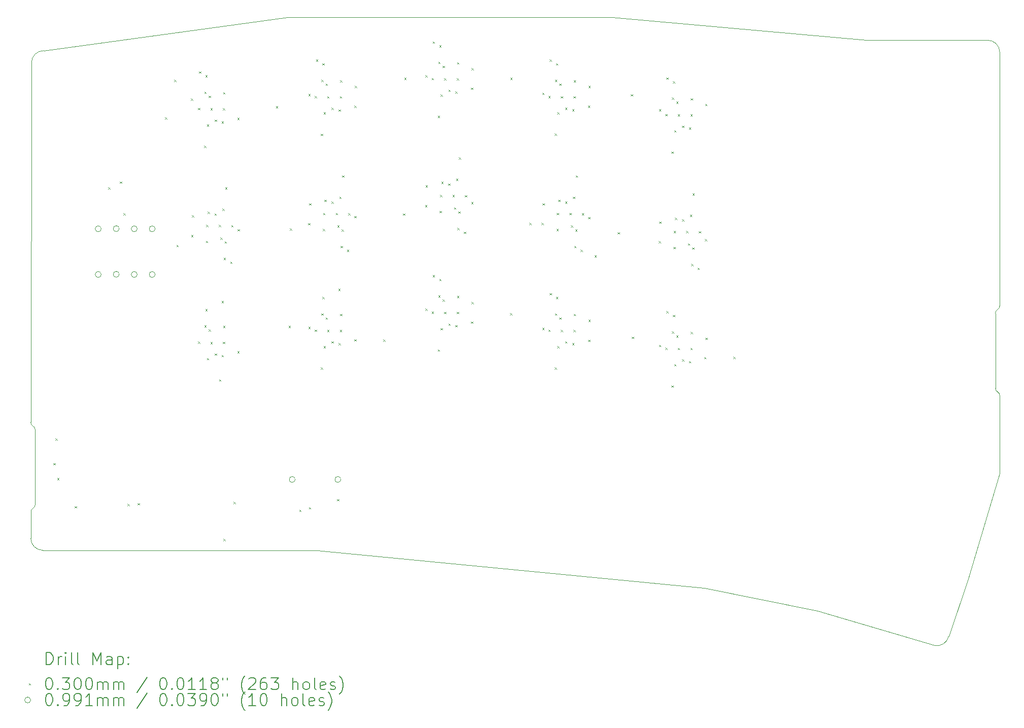
<source format=gbr>
%TF.GenerationSoftware,KiCad,Pcbnew,8.0.4+1*%
%TF.CreationDate,2024-08-17T00:02:33-04:00*%
%TF.ProjectId,iyada_baseplate,69796164-615f-4626-9173-65706c617465,rev?*%
%TF.SameCoordinates,Original*%
%TF.FileFunction,Drillmap*%
%TF.FilePolarity,Positive*%
%FSLAX45Y45*%
G04 Gerber Fmt 4.5, Leading zero omitted, Abs format (unit mm)*
G04 Created by KiCad (PCBNEW 8.0.4+1) date 2024-08-17 00:02:33*
%MOMM*%
%LPD*%
G01*
G04 APERTURE LIST*
%ADD10C,0.050000*%
%ADD11C,0.200000*%
%ADD12C,0.100000*%
G04 APERTURE END LIST*
D10*
X16633387Y-4293561D02*
X11295900Y-4293500D01*
X20100000Y-14201000D02*
X22050419Y-14777146D01*
X11258261Y-4297183D02*
X7184700Y-4851200D01*
X23108200Y-10548429D02*
G75*
G02*
X23067502Y-10484000I30650J64429D01*
G01*
X22613000Y-13670000D02*
X23140624Y-11903940D01*
X22939600Y-4676700D02*
X20923139Y-4676883D01*
X23140624Y-11903940D02*
X23138642Y-10606705D01*
X11753000Y-13195000D02*
X18209000Y-13820000D01*
X6973858Y-12548705D02*
G75*
G02*
X7014557Y-12484274I71342J5D01*
G01*
X23066154Y-9234000D02*
G75*
G02*
X23106853Y-9169571I71346J0D01*
G01*
X7003300Y-11111571D02*
G75*
G02*
X7043998Y-11176000I-30650J-64429D01*
G01*
X22613000Y-13670000D02*
X22287630Y-14623099D01*
X18209000Y-13820000D02*
X20100000Y-14201000D01*
X22287630Y-14623099D02*
G75*
G02*
X22050418Y-14777150I-195630J41579D01*
G01*
X7044500Y-11426000D02*
X7045000Y-12426000D01*
X6984700Y-5051200D02*
G75*
G02*
X7184700Y-4851200I200000J0D01*
G01*
X23066500Y-9234000D02*
X23067000Y-9484000D01*
X6972858Y-11053295D02*
X6984700Y-5051200D01*
X23108200Y-10548429D02*
G75*
G02*
X23138637Y-10606705I-40560J-58271D01*
G01*
X11258261Y-4297183D02*
G75*
G02*
X11295900Y-4293499I35989J-173577D01*
G01*
X22939600Y-4676700D02*
G75*
G02*
X23139600Y-4876700I0J-200000D01*
G01*
X7172229Y-13188821D02*
G75*
G02*
X6972229Y-12988821I1J200001D01*
G01*
X20923139Y-4676883D02*
X16671026Y-4297245D01*
X7044000Y-11176000D02*
X7044500Y-11426000D01*
X7172229Y-13188821D02*
X11753000Y-13195000D01*
X7045000Y-12426000D02*
G75*
G02*
X7014558Y-12484276I-71000J0D01*
G01*
X23067500Y-10484000D02*
X23067000Y-9484000D01*
X6973858Y-12548705D02*
X6972229Y-12988821D01*
X23137295Y-9111295D02*
X23139600Y-4876700D01*
X7003300Y-11111571D02*
G75*
G02*
X6972863Y-11053295I40560J58271D01*
G01*
X23137295Y-9111295D02*
G75*
G02*
X23106854Y-9169573I-70995J-5D01*
G01*
X16633387Y-4293561D02*
G75*
G02*
X16671026Y-4297245I1653J-177259D01*
G01*
D11*
D12*
X7351750Y-11733750D02*
X7381750Y-11763750D01*
X7381750Y-11733750D02*
X7351750Y-11763750D01*
X7383500Y-11322500D02*
X7413500Y-11352500D01*
X7413500Y-11322500D02*
X7383500Y-11352500D01*
X7412500Y-11982000D02*
X7442500Y-12012000D01*
X7442500Y-11982000D02*
X7412500Y-12012000D01*
X7705000Y-12452000D02*
X7735000Y-12482000D01*
X7735000Y-12452000D02*
X7705000Y-12482000D01*
X8265500Y-7130000D02*
X8295500Y-7160000D01*
X8295500Y-7130000D02*
X8265500Y-7160000D01*
X8460500Y-7035500D02*
X8490500Y-7065500D01*
X8490500Y-7035500D02*
X8460500Y-7065500D01*
X8518000Y-7564000D02*
X8548000Y-7594000D01*
X8548000Y-7564000D02*
X8518000Y-7594000D01*
X8586750Y-12416250D02*
X8616750Y-12446250D01*
X8616750Y-12416250D02*
X8586750Y-12446250D01*
X8753000Y-12401500D02*
X8783000Y-12431500D01*
X8783000Y-12401500D02*
X8753000Y-12431500D01*
X9214250Y-5963250D02*
X9244250Y-5993250D01*
X9244250Y-5963250D02*
X9214250Y-5993250D01*
X9363000Y-5336000D02*
X9393000Y-5366000D01*
X9393000Y-5336000D02*
X9363000Y-5366000D01*
X9403000Y-8092000D02*
X9433000Y-8122000D01*
X9433000Y-8092000D02*
X9403000Y-8122000D01*
X9643100Y-5650400D02*
X9673100Y-5680400D01*
X9673100Y-5650400D02*
X9643100Y-5680400D01*
X9649600Y-7928900D02*
X9679600Y-7958900D01*
X9679600Y-7928900D02*
X9649600Y-7958900D01*
X9661100Y-7598400D02*
X9691100Y-7628400D01*
X9691100Y-7598400D02*
X9661100Y-7628400D01*
X9760500Y-5807500D02*
X9790500Y-5837500D01*
X9790500Y-5807500D02*
X9760500Y-5837500D01*
X9760500Y-9707500D02*
X9790500Y-9737500D01*
X9790500Y-9707500D02*
X9760500Y-9737500D01*
X9779500Y-5197500D02*
X9809500Y-5227500D01*
X9809500Y-5197500D02*
X9779500Y-5227500D01*
X9863000Y-6436500D02*
X9893000Y-6466500D01*
X9893000Y-6436500D02*
X9863000Y-6466500D01*
X9870000Y-5535000D02*
X9900000Y-5565000D01*
X9900000Y-5535000D02*
X9870000Y-5565000D01*
X9870000Y-9435000D02*
X9900000Y-9465000D01*
X9900000Y-9435000D02*
X9870000Y-9465000D01*
X9887000Y-5261500D02*
X9917000Y-5291500D01*
X9917000Y-5261500D02*
X9887000Y-5291500D01*
X9887000Y-9161500D02*
X9917000Y-9191500D01*
X9917000Y-9161500D02*
X9887000Y-9191500D01*
X9894600Y-8025400D02*
X9924600Y-8055400D01*
X9924600Y-8025400D02*
X9894600Y-8055400D01*
X9899200Y-7758300D02*
X9929200Y-7788300D01*
X9929200Y-7758300D02*
X9899200Y-7788300D01*
X9909050Y-6080450D02*
X9939050Y-6110450D01*
X9939050Y-6080450D02*
X9909050Y-6110450D01*
X9909050Y-9980450D02*
X9939050Y-10010450D01*
X9939050Y-9980450D02*
X9909050Y-10010450D01*
X9922450Y-7539550D02*
X9952450Y-7569550D01*
X9952450Y-7539550D02*
X9922450Y-7569550D01*
X9942500Y-5602000D02*
X9972500Y-5632000D01*
X9972500Y-5602000D02*
X9942500Y-5632000D01*
X9942500Y-9502000D02*
X9972500Y-9532000D01*
X9972500Y-9502000D02*
X9942500Y-9532000D01*
X9968500Y-5812000D02*
X9998500Y-5842000D01*
X9998500Y-5812000D02*
X9968500Y-5842000D01*
X9968500Y-9712000D02*
X9998500Y-9742000D01*
X9998500Y-9712000D02*
X9968500Y-9742000D01*
X10038200Y-7566800D02*
X10068200Y-7596800D01*
X10068200Y-7566800D02*
X10038200Y-7596800D01*
X10040000Y-6003000D02*
X10070000Y-6033000D01*
X10070000Y-6003000D02*
X10040000Y-6033000D01*
X10040000Y-9903000D02*
X10070000Y-9933000D01*
X10070000Y-9903000D02*
X10040000Y-9933000D01*
X10109700Y-7757800D02*
X10139700Y-7787800D01*
X10139700Y-7757800D02*
X10109700Y-7787800D01*
X10112100Y-10336500D02*
X10142100Y-10366500D01*
X10142100Y-10336500D02*
X10112100Y-10366500D01*
X10135700Y-7967800D02*
X10165700Y-7997800D01*
X10165700Y-7967800D02*
X10135700Y-7997800D01*
X10155500Y-9026000D02*
X10185500Y-9056000D01*
X10185500Y-9026000D02*
X10155500Y-9056000D01*
X10155750Y-6030250D02*
X10185750Y-6060250D01*
X10185750Y-6030250D02*
X10155750Y-6060250D01*
X10155750Y-9930250D02*
X10185750Y-9960250D01*
X10185750Y-9930250D02*
X10155750Y-9960250D01*
X10169150Y-7489350D02*
X10199150Y-7519350D01*
X10199150Y-7489350D02*
X10169150Y-7519350D01*
X10179000Y-5811500D02*
X10209000Y-5841500D01*
X10209000Y-5811500D02*
X10179000Y-5841500D01*
X10179000Y-9711500D02*
X10209000Y-9741500D01*
X10209000Y-9711500D02*
X10179000Y-9741500D01*
X10183600Y-5544400D02*
X10213600Y-5574400D01*
X10213600Y-5544400D02*
X10183600Y-5574400D01*
X10183600Y-9444400D02*
X10213600Y-9474400D01*
X10213600Y-9444400D02*
X10183600Y-9474400D01*
X10184500Y-12997000D02*
X10214500Y-13027000D01*
X10214500Y-12997000D02*
X10184500Y-13027000D01*
X10191200Y-8308300D02*
X10221200Y-8338300D01*
X10221200Y-8308300D02*
X10191200Y-8338300D01*
X10208200Y-8034800D02*
X10238200Y-8064800D01*
X10238200Y-8034800D02*
X10208200Y-8064800D01*
X10215200Y-7133300D02*
X10245200Y-7163300D01*
X10245200Y-7133300D02*
X10215200Y-7163300D01*
X10298700Y-8372300D02*
X10328700Y-8402300D01*
X10328700Y-8372300D02*
X10298700Y-8402300D01*
X10317700Y-7762300D02*
X10347700Y-7792300D01*
X10347700Y-7762300D02*
X10317700Y-7792300D01*
X10353000Y-12380500D02*
X10383000Y-12410500D01*
X10383000Y-12380500D02*
X10353000Y-12410500D01*
X10418000Y-9868000D02*
X10448000Y-9898000D01*
X10448000Y-9868000D02*
X10418000Y-9898000D01*
X10419400Y-5971100D02*
X10449400Y-6001100D01*
X10449400Y-5971100D02*
X10419400Y-6001100D01*
X10422200Y-7831000D02*
X10452200Y-7861000D01*
X10452200Y-7831000D02*
X10422200Y-7861000D01*
X11062500Y-5778500D02*
X11092500Y-5808500D01*
X11092500Y-5778500D02*
X11062500Y-5808500D01*
X11272500Y-9442000D02*
X11302500Y-9472000D01*
X11302500Y-9442000D02*
X11272500Y-9472000D01*
X11295000Y-7819000D02*
X11325000Y-7849000D01*
X11325000Y-7819000D02*
X11295000Y-7849000D01*
X11453000Y-12512000D02*
X11483000Y-12542000D01*
X11483000Y-12512000D02*
X11453000Y-12542000D01*
X11601600Y-7728400D02*
X11631600Y-7758400D01*
X11631600Y-7728400D02*
X11601600Y-7758400D01*
X11606000Y-5574000D02*
X11636000Y-5604000D01*
X11636000Y-5574000D02*
X11606000Y-5604000D01*
X11606000Y-9458500D02*
X11636000Y-9488500D01*
X11636000Y-9458500D02*
X11606000Y-9488500D01*
X11613000Y-12471000D02*
X11643000Y-12501000D01*
X11643000Y-12471000D02*
X11613000Y-12501000D01*
X11619100Y-7396900D02*
X11649100Y-7426900D01*
X11649100Y-7396900D02*
X11619100Y-7426900D01*
X11710500Y-5607500D02*
X11740500Y-5637500D01*
X11740500Y-5607500D02*
X11710500Y-5637500D01*
X11710500Y-9507000D02*
X11740500Y-9537000D01*
X11740500Y-9507000D02*
X11710500Y-9537000D01*
X11729500Y-4997500D02*
X11759500Y-5027500D01*
X11759500Y-4997500D02*
X11729500Y-5027500D01*
X11813000Y-6236500D02*
X11843000Y-6266500D01*
X11843000Y-6236500D02*
X11813000Y-6266500D01*
X11813000Y-10136000D02*
X11843000Y-10166000D01*
X11843000Y-10136000D02*
X11813000Y-10166000D01*
X11820000Y-5335000D02*
X11850000Y-5365000D01*
X11850000Y-5335000D02*
X11820000Y-5365000D01*
X11820000Y-9234500D02*
X11850000Y-9264500D01*
X11850000Y-9234500D02*
X11820000Y-9264500D01*
X11837000Y-5061500D02*
X11867000Y-5091500D01*
X11867000Y-5061500D02*
X11837000Y-5091500D01*
X11837000Y-8961000D02*
X11867000Y-8991000D01*
X11867000Y-8961000D02*
X11837000Y-8991000D01*
X11844600Y-7825400D02*
X11874600Y-7855400D01*
X11874600Y-7825400D02*
X11844600Y-7855400D01*
X11844600Y-7825400D02*
X11874600Y-7855400D01*
X11874600Y-7825400D02*
X11844600Y-7855400D01*
X11849200Y-7558300D02*
X11879200Y-7588300D01*
X11879200Y-7558300D02*
X11849200Y-7588300D01*
X11849200Y-7558300D02*
X11879200Y-7588300D01*
X11879200Y-7558300D02*
X11849200Y-7588300D01*
X11859050Y-5880450D02*
X11889050Y-5910450D01*
X11889050Y-5880450D02*
X11859050Y-5910450D01*
X11859050Y-9779950D02*
X11889050Y-9809950D01*
X11889050Y-9779950D02*
X11859050Y-9809950D01*
X11872450Y-7339550D02*
X11902450Y-7369550D01*
X11902450Y-7339550D02*
X11872450Y-7369550D01*
X11872450Y-7339550D02*
X11902450Y-7369550D01*
X11902450Y-7339550D02*
X11872450Y-7369550D01*
X11892500Y-5402000D02*
X11922500Y-5432000D01*
X11922500Y-5402000D02*
X11892500Y-5432000D01*
X11892500Y-9301500D02*
X11922500Y-9331500D01*
X11922500Y-9301500D02*
X11892500Y-9331500D01*
X11918500Y-5612000D02*
X11948500Y-5642000D01*
X11948500Y-5612000D02*
X11918500Y-5642000D01*
X11918500Y-9511500D02*
X11948500Y-9541500D01*
X11948500Y-9511500D02*
X11918500Y-9541500D01*
X11988200Y-7366800D02*
X12018200Y-7396800D01*
X12018200Y-7366800D02*
X11988200Y-7396800D01*
X11988200Y-7366800D02*
X12018200Y-7396800D01*
X12018200Y-7366800D02*
X11988200Y-7396800D01*
X11990000Y-5803000D02*
X12020000Y-5833000D01*
X12020000Y-5803000D02*
X11990000Y-5833000D01*
X11990000Y-9702500D02*
X12020000Y-9732500D01*
X12020000Y-9702500D02*
X11990000Y-9732500D01*
X12059700Y-7557800D02*
X12089700Y-7587800D01*
X12089700Y-7557800D02*
X12059700Y-7587800D01*
X12059700Y-7557800D02*
X12089700Y-7587800D01*
X12089700Y-7557800D02*
X12059700Y-7587800D01*
X12080825Y-12334500D02*
X12110825Y-12364500D01*
X12110825Y-12334500D02*
X12080825Y-12364500D01*
X12085700Y-7767800D02*
X12115700Y-7797800D01*
X12115700Y-7767800D02*
X12085700Y-7797800D01*
X12085700Y-7767800D02*
X12115700Y-7797800D01*
X12115700Y-7767800D02*
X12085700Y-7797800D01*
X12105500Y-8825500D02*
X12135500Y-8855500D01*
X12135500Y-8825500D02*
X12105500Y-8855500D01*
X12105750Y-5830250D02*
X12135750Y-5860250D01*
X12135750Y-5830250D02*
X12105750Y-5860250D01*
X12105750Y-9729750D02*
X12135750Y-9759750D01*
X12135750Y-9729750D02*
X12105750Y-9759750D01*
X12119150Y-7289350D02*
X12149150Y-7319350D01*
X12149150Y-7289350D02*
X12119150Y-7319350D01*
X12119150Y-7289350D02*
X12149150Y-7319350D01*
X12149150Y-7289350D02*
X12119150Y-7319350D01*
X12129000Y-5611500D02*
X12159000Y-5641500D01*
X12159000Y-5611500D02*
X12129000Y-5641500D01*
X12129000Y-9511000D02*
X12159000Y-9541000D01*
X12159000Y-9511000D02*
X12129000Y-9541000D01*
X12133600Y-5344400D02*
X12163600Y-5374400D01*
X12163600Y-5344400D02*
X12133600Y-5374400D01*
X12133600Y-9243900D02*
X12163600Y-9273900D01*
X12163600Y-9243900D02*
X12133600Y-9273900D01*
X12141200Y-8108300D02*
X12171200Y-8138300D01*
X12171200Y-8108300D02*
X12141200Y-8138300D01*
X12141200Y-8108300D02*
X12171200Y-8138300D01*
X12171200Y-8108300D02*
X12141200Y-8138300D01*
X12158200Y-7834800D02*
X12188200Y-7864800D01*
X12188200Y-7834800D02*
X12158200Y-7864800D01*
X12158200Y-7834800D02*
X12188200Y-7864800D01*
X12188200Y-7834800D02*
X12158200Y-7864800D01*
X12165200Y-6933300D02*
X12195200Y-6963300D01*
X12195200Y-6933300D02*
X12165200Y-6963300D01*
X12165200Y-6933300D02*
X12195200Y-6963300D01*
X12195200Y-6933300D02*
X12165200Y-6963300D01*
X12248700Y-8172300D02*
X12278700Y-8202300D01*
X12278700Y-8172300D02*
X12248700Y-8202300D01*
X12248700Y-8172300D02*
X12278700Y-8202300D01*
X12278700Y-8172300D02*
X12248700Y-8202300D01*
X12267700Y-7562300D02*
X12297700Y-7592300D01*
X12297700Y-7562300D02*
X12267700Y-7592300D01*
X12267700Y-7562300D02*
X12297700Y-7592300D01*
X12297700Y-7562300D02*
X12267700Y-7592300D01*
X12368900Y-5768600D02*
X12398900Y-5798600D01*
X12398900Y-5768600D02*
X12368900Y-5798600D01*
X12370900Y-9669100D02*
X12400900Y-9699100D01*
X12400900Y-9669100D02*
X12370900Y-9699100D01*
X12372200Y-7609000D02*
X12402200Y-7639000D01*
X12402200Y-7609000D02*
X12372200Y-7639000D01*
X12376900Y-5438600D02*
X12406900Y-5468600D01*
X12406900Y-5438600D02*
X12376900Y-5468600D01*
X12854500Y-9670000D02*
X12884500Y-9700000D01*
X12884500Y-9670000D02*
X12854500Y-9700000D01*
X13184500Y-7568500D02*
X13214500Y-7598500D01*
X13214500Y-7568500D02*
X13184500Y-7598500D01*
X13204500Y-5301500D02*
X13234500Y-5331500D01*
X13234500Y-5301500D02*
X13204500Y-5331500D01*
X13551100Y-7428400D02*
X13581100Y-7458400D01*
X13581100Y-7428400D02*
X13551100Y-7458400D01*
X13555900Y-5259500D02*
X13585900Y-5289500D01*
X13585900Y-5259500D02*
X13555900Y-5289500D01*
X13556000Y-9157000D02*
X13586000Y-9187000D01*
X13586000Y-9157000D02*
X13556000Y-9187000D01*
X13559600Y-7099900D02*
X13589600Y-7129900D01*
X13589600Y-7099900D02*
X13559600Y-7129900D01*
X13660400Y-5307500D02*
X13690400Y-5337500D01*
X13690400Y-5307500D02*
X13660400Y-5337500D01*
X13660500Y-9207500D02*
X13690500Y-9237500D01*
X13690500Y-9207500D02*
X13660500Y-9237500D01*
X13679400Y-4697500D02*
X13709400Y-4727500D01*
X13709400Y-4697500D02*
X13679400Y-4727500D01*
X13679500Y-8597500D02*
X13709500Y-8627500D01*
X13709500Y-8597500D02*
X13679500Y-8627500D01*
X13762900Y-5936500D02*
X13792900Y-5966500D01*
X13792900Y-5936500D02*
X13762900Y-5966500D01*
X13763000Y-9836500D02*
X13793000Y-9866500D01*
X13793000Y-9836500D02*
X13763000Y-9866500D01*
X13769900Y-5035000D02*
X13799900Y-5065000D01*
X13799900Y-5035000D02*
X13769900Y-5065000D01*
X13770000Y-8935000D02*
X13800000Y-8965000D01*
X13800000Y-8935000D02*
X13770000Y-8965000D01*
X13786900Y-4761500D02*
X13816900Y-4791500D01*
X13816900Y-4761500D02*
X13786900Y-4791500D01*
X13787000Y-8661500D02*
X13817000Y-8691500D01*
X13817000Y-8661500D02*
X13787000Y-8691500D01*
X13794600Y-7525400D02*
X13824600Y-7555400D01*
X13824600Y-7525400D02*
X13794600Y-7555400D01*
X13799200Y-7258300D02*
X13829200Y-7288300D01*
X13829200Y-7258300D02*
X13799200Y-7288300D01*
X13808950Y-5580450D02*
X13838950Y-5610450D01*
X13838950Y-5580450D02*
X13808950Y-5610450D01*
X13809050Y-9480450D02*
X13839050Y-9510450D01*
X13839050Y-9480450D02*
X13809050Y-9510450D01*
X13822450Y-7039550D02*
X13852450Y-7069550D01*
X13852450Y-7039550D02*
X13822450Y-7069550D01*
X13842400Y-5102000D02*
X13872400Y-5132000D01*
X13872400Y-5102000D02*
X13842400Y-5132000D01*
X13842500Y-9002000D02*
X13872500Y-9032000D01*
X13872500Y-9002000D02*
X13842500Y-9032000D01*
X13868400Y-5312000D02*
X13898400Y-5342000D01*
X13898400Y-5312000D02*
X13868400Y-5342000D01*
X13868500Y-9212000D02*
X13898500Y-9242000D01*
X13898500Y-9212000D02*
X13868500Y-9242000D01*
X13938200Y-7066800D02*
X13968200Y-7096800D01*
X13968200Y-7066800D02*
X13938200Y-7096800D01*
X13939900Y-5503000D02*
X13969900Y-5533000D01*
X13969900Y-5503000D02*
X13939900Y-5533000D01*
X13940000Y-9403000D02*
X13970000Y-9433000D01*
X13970000Y-9403000D02*
X13940000Y-9433000D01*
X14009700Y-7257800D02*
X14039700Y-7287800D01*
X14039700Y-7257800D02*
X14009700Y-7287800D01*
X14035700Y-7467800D02*
X14065700Y-7497800D01*
X14065700Y-7467800D02*
X14035700Y-7497800D01*
X14055650Y-5530250D02*
X14085650Y-5560250D01*
X14085650Y-5530250D02*
X14055650Y-5560250D01*
X14055750Y-9430250D02*
X14085750Y-9460250D01*
X14085750Y-9430250D02*
X14055750Y-9460250D01*
X14069150Y-6989350D02*
X14099150Y-7019350D01*
X14099150Y-6989350D02*
X14069150Y-7019350D01*
X14078900Y-5311500D02*
X14108900Y-5341500D01*
X14108900Y-5311500D02*
X14078900Y-5341500D01*
X14079000Y-9211500D02*
X14109000Y-9241500D01*
X14109000Y-9211500D02*
X14079000Y-9241500D01*
X14083500Y-5044400D02*
X14113500Y-5074400D01*
X14113500Y-5044400D02*
X14083500Y-5074400D01*
X14083600Y-8944400D02*
X14113600Y-8974400D01*
X14113600Y-8944400D02*
X14083600Y-8974400D01*
X14091200Y-7808300D02*
X14121200Y-7838300D01*
X14121200Y-7808300D02*
X14091200Y-7838300D01*
X14108200Y-7534800D02*
X14138200Y-7564800D01*
X14138200Y-7534800D02*
X14108200Y-7564800D01*
X14115200Y-6633300D02*
X14145200Y-6663300D01*
X14145200Y-6633300D02*
X14115200Y-6663300D01*
X14198700Y-7872300D02*
X14228700Y-7902300D01*
X14228700Y-7872300D02*
X14198700Y-7902300D01*
X14217700Y-7262300D02*
X14247700Y-7292300D01*
X14247700Y-7262300D02*
X14217700Y-7292300D01*
X14317400Y-5468600D02*
X14347400Y-5498600D01*
X14347400Y-5468600D02*
X14317400Y-5498600D01*
X14318400Y-9369100D02*
X14348400Y-9399100D01*
X14348400Y-9369100D02*
X14318400Y-9399100D01*
X14322200Y-7375000D02*
X14352200Y-7405000D01*
X14352200Y-7375000D02*
X14322200Y-7405000D01*
X14325400Y-9043600D02*
X14355400Y-9073600D01*
X14355400Y-9043600D02*
X14325400Y-9073600D01*
X14327900Y-5140600D02*
X14357900Y-5170600D01*
X14357900Y-5140600D02*
X14327900Y-5170600D01*
X14967500Y-9231500D02*
X14997500Y-9261500D01*
X14997500Y-9231500D02*
X14967500Y-9261500D01*
X14973500Y-5303500D02*
X15003500Y-5333500D01*
X15003500Y-5303500D02*
X14973500Y-5333500D01*
X15289500Y-7723000D02*
X15319500Y-7753000D01*
X15319500Y-7723000D02*
X15289500Y-7753000D01*
X15496000Y-7723500D02*
X15526000Y-7753500D01*
X15526000Y-7723500D02*
X15496000Y-7753500D01*
X15505500Y-5551000D02*
X15535500Y-5581000D01*
X15535500Y-5551000D02*
X15505500Y-5581000D01*
X15506000Y-9476500D02*
X15536000Y-9506500D01*
X15536000Y-9476500D02*
X15506000Y-9506500D01*
X15510100Y-7397900D02*
X15540100Y-7427900D01*
X15540100Y-7397900D02*
X15510100Y-7427900D01*
X15610000Y-5607000D02*
X15640000Y-5637000D01*
X15640000Y-5607000D02*
X15610000Y-5637000D01*
X15610500Y-9507500D02*
X15640500Y-9537500D01*
X15640500Y-9507500D02*
X15610500Y-9537500D01*
X15629000Y-4997000D02*
X15659000Y-5027000D01*
X15659000Y-4997000D02*
X15629000Y-5027000D01*
X15629500Y-8897500D02*
X15659500Y-8927500D01*
X15659500Y-8897500D02*
X15629500Y-8927500D01*
X15712500Y-6236000D02*
X15742500Y-6266000D01*
X15742500Y-6236000D02*
X15712500Y-6266000D01*
X15713000Y-10136500D02*
X15743000Y-10166500D01*
X15743000Y-10136500D02*
X15713000Y-10166500D01*
X15719500Y-5334500D02*
X15749500Y-5364500D01*
X15749500Y-5334500D02*
X15719500Y-5364500D01*
X15720000Y-9235000D02*
X15750000Y-9265000D01*
X15750000Y-9235000D02*
X15720000Y-9265000D01*
X15736500Y-5061000D02*
X15766500Y-5091000D01*
X15766500Y-5061000D02*
X15736500Y-5091000D01*
X15737000Y-8961500D02*
X15767000Y-8991500D01*
X15767000Y-8961500D02*
X15737000Y-8991500D01*
X15744600Y-7825400D02*
X15774600Y-7855400D01*
X15774600Y-7825400D02*
X15744600Y-7855400D01*
X15749200Y-7558300D02*
X15779200Y-7588300D01*
X15779200Y-7558300D02*
X15749200Y-7588300D01*
X15758550Y-5879950D02*
X15788550Y-5909950D01*
X15788550Y-5879950D02*
X15758550Y-5909950D01*
X15759050Y-9780450D02*
X15789050Y-9810450D01*
X15789050Y-9780450D02*
X15759050Y-9810450D01*
X15772450Y-7339550D02*
X15802450Y-7369550D01*
X15802450Y-7339550D02*
X15772450Y-7369550D01*
X15792000Y-5401500D02*
X15822000Y-5431500D01*
X15822000Y-5401500D02*
X15792000Y-5431500D01*
X15792500Y-9302000D02*
X15822500Y-9332000D01*
X15822500Y-9302000D02*
X15792500Y-9332000D01*
X15818000Y-5611500D02*
X15848000Y-5641500D01*
X15848000Y-5611500D02*
X15818000Y-5641500D01*
X15818500Y-9512000D02*
X15848500Y-9542000D01*
X15848500Y-9512000D02*
X15818500Y-9542000D01*
X15888200Y-7366800D02*
X15918200Y-7396800D01*
X15918200Y-7366800D02*
X15888200Y-7396800D01*
X15889500Y-5802500D02*
X15919500Y-5832500D01*
X15919500Y-5802500D02*
X15889500Y-5832500D01*
X15890000Y-9703000D02*
X15920000Y-9733000D01*
X15920000Y-9703000D02*
X15890000Y-9733000D01*
X15959700Y-7557800D02*
X15989700Y-7587800D01*
X15989700Y-7557800D02*
X15959700Y-7587800D01*
X15985700Y-7767800D02*
X16015700Y-7797800D01*
X16015700Y-7767800D02*
X15985700Y-7797800D01*
X16005250Y-5829750D02*
X16035250Y-5859750D01*
X16035250Y-5829750D02*
X16005250Y-5859750D01*
X16005750Y-9730250D02*
X16035750Y-9760250D01*
X16035750Y-9730250D02*
X16005750Y-9760250D01*
X16019150Y-7289350D02*
X16049150Y-7319350D01*
X16049150Y-7289350D02*
X16019150Y-7319350D01*
X16028500Y-5611000D02*
X16058500Y-5641000D01*
X16058500Y-5611000D02*
X16028500Y-5641000D01*
X16029000Y-9511500D02*
X16059000Y-9541500D01*
X16059000Y-9511500D02*
X16029000Y-9541500D01*
X16033100Y-5343900D02*
X16063100Y-5373900D01*
X16063100Y-5343900D02*
X16033100Y-5373900D01*
X16033600Y-9244400D02*
X16063600Y-9274400D01*
X16063600Y-9244400D02*
X16033600Y-9274400D01*
X16041200Y-8108300D02*
X16071200Y-8138300D01*
X16071200Y-8108300D02*
X16041200Y-8138300D01*
X16058200Y-7834800D02*
X16088200Y-7864800D01*
X16088200Y-7834800D02*
X16058200Y-7864800D01*
X16065200Y-6933300D02*
X16095200Y-6963300D01*
X16095200Y-6933300D02*
X16065200Y-6963300D01*
X16148700Y-8172300D02*
X16178700Y-8202300D01*
X16178700Y-8172300D02*
X16148700Y-8202300D01*
X16167700Y-7562300D02*
X16197700Y-7592300D01*
X16197700Y-7562300D02*
X16167700Y-7592300D01*
X16268400Y-5767600D02*
X16298400Y-5797600D01*
X16298400Y-5767600D02*
X16268400Y-5797600D01*
X16272200Y-7627500D02*
X16302200Y-7657500D01*
X16302200Y-7627500D02*
X16272200Y-7657500D01*
X16274900Y-9676600D02*
X16304900Y-9706600D01*
X16304900Y-9676600D02*
X16274900Y-9706600D01*
X16276400Y-5439100D02*
X16306400Y-5469100D01*
X16306400Y-5439100D02*
X16276400Y-5469100D01*
X16276900Y-9340100D02*
X16306900Y-9370100D01*
X16306900Y-9340100D02*
X16276900Y-9370100D01*
X16379500Y-8268000D02*
X16409500Y-8298000D01*
X16409500Y-8268000D02*
X16379500Y-8298000D01*
X16766500Y-7879500D02*
X16796500Y-7909500D01*
X16796500Y-7879500D02*
X16766500Y-7909500D01*
X16983000Y-5577500D02*
X17013000Y-5607500D01*
X17013000Y-5577500D02*
X16983000Y-5607500D01*
X17000000Y-9626000D02*
X17030000Y-9656000D01*
X17030000Y-9626000D02*
X17000000Y-9656000D01*
X17451100Y-8029400D02*
X17481100Y-8059400D01*
X17481100Y-8029400D02*
X17451100Y-8059400D01*
X17456000Y-5829500D02*
X17486000Y-5859500D01*
X17486000Y-5829500D02*
X17456000Y-5859500D01*
X17456000Y-9760500D02*
X17486000Y-9790500D01*
X17486000Y-9760500D02*
X17456000Y-9790500D01*
X17459100Y-7703900D02*
X17489100Y-7733900D01*
X17489100Y-7703900D02*
X17459100Y-7733900D01*
X17560500Y-5907500D02*
X17590500Y-5937500D01*
X17590500Y-5907500D02*
X17560500Y-5937500D01*
X17560500Y-9808000D02*
X17590500Y-9838000D01*
X17590500Y-9808000D02*
X17560500Y-9838000D01*
X17579500Y-5297500D02*
X17609500Y-5327500D01*
X17609500Y-5297500D02*
X17579500Y-5327500D01*
X17579500Y-9198000D02*
X17609500Y-9228000D01*
X17609500Y-9198000D02*
X17579500Y-9228000D01*
X17663000Y-6536500D02*
X17693000Y-6566500D01*
X17693000Y-6536500D02*
X17663000Y-6566500D01*
X17663000Y-10437000D02*
X17693000Y-10467000D01*
X17693000Y-10437000D02*
X17663000Y-10467000D01*
X17670000Y-5635000D02*
X17700000Y-5665000D01*
X17700000Y-5635000D02*
X17670000Y-5665000D01*
X17670000Y-9535500D02*
X17700000Y-9565500D01*
X17700000Y-9535500D02*
X17670000Y-9565500D01*
X17687000Y-5361500D02*
X17717000Y-5391500D01*
X17717000Y-5361500D02*
X17687000Y-5391500D01*
X17687000Y-9262000D02*
X17717000Y-9292000D01*
X17717000Y-9262000D02*
X17687000Y-9292000D01*
X17694600Y-8125400D02*
X17724600Y-8155400D01*
X17724600Y-8125400D02*
X17694600Y-8155400D01*
X17699200Y-7858300D02*
X17729200Y-7888300D01*
X17729200Y-7858300D02*
X17699200Y-7888300D01*
X17709050Y-6180450D02*
X17739050Y-6210450D01*
X17739050Y-6180450D02*
X17709050Y-6210450D01*
X17709050Y-10080950D02*
X17739050Y-10110950D01*
X17739050Y-10080950D02*
X17709050Y-10110950D01*
X17722450Y-7639550D02*
X17752450Y-7669550D01*
X17752450Y-7639550D02*
X17722450Y-7669550D01*
X17742500Y-5702000D02*
X17772500Y-5732000D01*
X17772500Y-5702000D02*
X17742500Y-5732000D01*
X17742500Y-9602500D02*
X17772500Y-9632500D01*
X17772500Y-9602500D02*
X17742500Y-9632500D01*
X17768500Y-5912000D02*
X17798500Y-5942000D01*
X17798500Y-5912000D02*
X17768500Y-5942000D01*
X17768500Y-9812500D02*
X17798500Y-9842500D01*
X17798500Y-9812500D02*
X17768500Y-9842500D01*
X17838200Y-7666800D02*
X17868200Y-7696800D01*
X17868200Y-7666800D02*
X17838200Y-7696800D01*
X17840000Y-6103000D02*
X17870000Y-6133000D01*
X17870000Y-6103000D02*
X17840000Y-6133000D01*
X17840000Y-10003500D02*
X17870000Y-10033500D01*
X17870000Y-10003500D02*
X17840000Y-10033500D01*
X17909700Y-7857800D02*
X17939700Y-7887800D01*
X17939700Y-7857800D02*
X17909700Y-7887800D01*
X17935700Y-8067800D02*
X17965700Y-8097800D01*
X17965700Y-8067800D02*
X17935700Y-8097800D01*
X17955750Y-6130250D02*
X17985750Y-6160250D01*
X17985750Y-6130250D02*
X17955750Y-6160250D01*
X17955750Y-10030750D02*
X17985750Y-10060750D01*
X17985750Y-10030750D02*
X17955750Y-10060750D01*
X17969150Y-7589350D02*
X17999150Y-7619350D01*
X17999150Y-7589350D02*
X17969150Y-7619350D01*
X17979000Y-5911500D02*
X18009000Y-5941500D01*
X18009000Y-5911500D02*
X17979000Y-5941500D01*
X17979000Y-9812000D02*
X18009000Y-9842000D01*
X18009000Y-9812000D02*
X17979000Y-9842000D01*
X17983600Y-5644400D02*
X18013600Y-5674400D01*
X18013600Y-5644400D02*
X17983600Y-5674400D01*
X17983600Y-9544900D02*
X18013600Y-9574900D01*
X18013600Y-9544900D02*
X17983600Y-9574900D01*
X17991200Y-8408300D02*
X18021200Y-8438300D01*
X18021200Y-8408300D02*
X17991200Y-8438300D01*
X18008200Y-8134800D02*
X18038200Y-8164800D01*
X18038200Y-8134800D02*
X18008200Y-8164800D01*
X18015200Y-7233300D02*
X18045200Y-7263300D01*
X18045200Y-7233300D02*
X18015200Y-7263300D01*
X18098700Y-8472300D02*
X18128700Y-8502300D01*
X18128700Y-8472300D02*
X18098700Y-8502300D01*
X18117700Y-7862300D02*
X18147700Y-7892300D01*
X18147700Y-7862300D02*
X18117700Y-7892300D01*
X18209900Y-9963100D02*
X18239900Y-9993100D01*
X18239900Y-9963100D02*
X18209900Y-9993100D01*
X18222200Y-7994000D02*
X18252200Y-8024000D01*
X18252200Y-7994000D02*
X18222200Y-8024000D01*
X18225900Y-5739100D02*
X18255900Y-5769100D01*
X18255900Y-5739100D02*
X18225900Y-5769100D01*
X18228400Y-9642100D02*
X18258400Y-9672100D01*
X18258400Y-9642100D02*
X18228400Y-9672100D01*
X18694500Y-9961500D02*
X18724500Y-9991500D01*
X18724500Y-9961500D02*
X18694500Y-9991500D01*
X8147530Y-7824175D02*
G75*
G02*
X8048470Y-7824175I-49530J0D01*
G01*
X8048470Y-7824175D02*
G75*
G02*
X8147530Y-7824175I49530J0D01*
G01*
X8147530Y-8586175D02*
G75*
G02*
X8048470Y-8586175I-49530J0D01*
G01*
X8048470Y-8586175D02*
G75*
G02*
X8147530Y-8586175I49530J0D01*
G01*
X8447530Y-7821000D02*
G75*
G02*
X8348470Y-7821000I-49530J0D01*
G01*
X8348470Y-7821000D02*
G75*
G02*
X8447530Y-7821000I49530J0D01*
G01*
X8447530Y-8583000D02*
G75*
G02*
X8348470Y-8583000I-49530J0D01*
G01*
X8348470Y-8583000D02*
G75*
G02*
X8447530Y-8583000I49530J0D01*
G01*
X8747530Y-7824175D02*
G75*
G02*
X8648470Y-7824175I-49530J0D01*
G01*
X8648470Y-7824175D02*
G75*
G02*
X8747530Y-7824175I49530J0D01*
G01*
X8747530Y-8586175D02*
G75*
G02*
X8648470Y-8586175I-49530J0D01*
G01*
X8648470Y-8586175D02*
G75*
G02*
X8747530Y-8586175I49530J0D01*
G01*
X9047530Y-7824175D02*
G75*
G02*
X8948470Y-7824175I-49530J0D01*
G01*
X8948470Y-7824175D02*
G75*
G02*
X9047530Y-7824175I49530J0D01*
G01*
X9047530Y-8586175D02*
G75*
G02*
X8948470Y-8586175I-49530J0D01*
G01*
X8948470Y-8586175D02*
G75*
G02*
X9047530Y-8586175I49530J0D01*
G01*
X11383355Y-12007000D02*
G75*
G02*
X11284295Y-12007000I-49530J0D01*
G01*
X11284295Y-12007000D02*
G75*
G02*
X11383355Y-12007000I49530J0D01*
G01*
X12145355Y-12007000D02*
G75*
G02*
X12046295Y-12007000I-49530J0D01*
G01*
X12046295Y-12007000D02*
G75*
G02*
X12145355Y-12007000I49530J0D01*
G01*
D11*
X7230505Y-15095504D02*
X7230505Y-14895504D01*
X7230505Y-14895504D02*
X7278124Y-14895504D01*
X7278124Y-14895504D02*
X7306696Y-14905028D01*
X7306696Y-14905028D02*
X7325743Y-14924075D01*
X7325743Y-14924075D02*
X7335267Y-14943123D01*
X7335267Y-14943123D02*
X7344791Y-14981218D01*
X7344791Y-14981218D02*
X7344791Y-15009790D01*
X7344791Y-15009790D02*
X7335267Y-15047885D01*
X7335267Y-15047885D02*
X7325743Y-15066932D01*
X7325743Y-15066932D02*
X7306696Y-15085980D01*
X7306696Y-15085980D02*
X7278124Y-15095504D01*
X7278124Y-15095504D02*
X7230505Y-15095504D01*
X7430505Y-15095504D02*
X7430505Y-14962171D01*
X7430505Y-15000266D02*
X7440029Y-14981218D01*
X7440029Y-14981218D02*
X7449553Y-14971694D01*
X7449553Y-14971694D02*
X7468601Y-14962171D01*
X7468601Y-14962171D02*
X7487648Y-14962171D01*
X7554315Y-15095504D02*
X7554315Y-14962171D01*
X7554315Y-14895504D02*
X7544791Y-14905028D01*
X7544791Y-14905028D02*
X7554315Y-14914552D01*
X7554315Y-14914552D02*
X7563839Y-14905028D01*
X7563839Y-14905028D02*
X7554315Y-14895504D01*
X7554315Y-14895504D02*
X7554315Y-14914552D01*
X7678124Y-15095504D02*
X7659077Y-15085980D01*
X7659077Y-15085980D02*
X7649553Y-15066932D01*
X7649553Y-15066932D02*
X7649553Y-14895504D01*
X7782886Y-15095504D02*
X7763839Y-15085980D01*
X7763839Y-15085980D02*
X7754315Y-15066932D01*
X7754315Y-15066932D02*
X7754315Y-14895504D01*
X8011458Y-15095504D02*
X8011458Y-14895504D01*
X8011458Y-14895504D02*
X8078124Y-15038361D01*
X8078124Y-15038361D02*
X8144791Y-14895504D01*
X8144791Y-14895504D02*
X8144791Y-15095504D01*
X8325743Y-15095504D02*
X8325743Y-14990742D01*
X8325743Y-14990742D02*
X8316220Y-14971694D01*
X8316220Y-14971694D02*
X8297172Y-14962171D01*
X8297172Y-14962171D02*
X8259077Y-14962171D01*
X8259077Y-14962171D02*
X8240029Y-14971694D01*
X8325743Y-15085980D02*
X8306696Y-15095504D01*
X8306696Y-15095504D02*
X8259077Y-15095504D01*
X8259077Y-15095504D02*
X8240029Y-15085980D01*
X8240029Y-15085980D02*
X8230505Y-15066932D01*
X8230505Y-15066932D02*
X8230505Y-15047885D01*
X8230505Y-15047885D02*
X8240029Y-15028837D01*
X8240029Y-15028837D02*
X8259077Y-15019313D01*
X8259077Y-15019313D02*
X8306696Y-15019313D01*
X8306696Y-15019313D02*
X8325743Y-15009790D01*
X8420982Y-14962171D02*
X8420982Y-15162171D01*
X8420982Y-14971694D02*
X8440029Y-14962171D01*
X8440029Y-14962171D02*
X8478125Y-14962171D01*
X8478125Y-14962171D02*
X8497172Y-14971694D01*
X8497172Y-14971694D02*
X8506696Y-14981218D01*
X8506696Y-14981218D02*
X8516220Y-15000266D01*
X8516220Y-15000266D02*
X8516220Y-15057409D01*
X8516220Y-15057409D02*
X8506696Y-15076456D01*
X8506696Y-15076456D02*
X8497172Y-15085980D01*
X8497172Y-15085980D02*
X8478125Y-15095504D01*
X8478125Y-15095504D02*
X8440029Y-15095504D01*
X8440029Y-15095504D02*
X8420982Y-15085980D01*
X8601934Y-15076456D02*
X8611458Y-15085980D01*
X8611458Y-15085980D02*
X8601934Y-15095504D01*
X8601934Y-15095504D02*
X8592410Y-15085980D01*
X8592410Y-15085980D02*
X8601934Y-15076456D01*
X8601934Y-15076456D02*
X8601934Y-15095504D01*
X8601934Y-14971694D02*
X8611458Y-14981218D01*
X8611458Y-14981218D02*
X8601934Y-14990742D01*
X8601934Y-14990742D02*
X8592410Y-14981218D01*
X8592410Y-14981218D02*
X8601934Y-14971694D01*
X8601934Y-14971694D02*
X8601934Y-14990742D01*
D12*
X6939729Y-15409020D02*
X6969729Y-15439020D01*
X6969729Y-15409020D02*
X6939729Y-15439020D01*
D11*
X7268601Y-15315504D02*
X7287648Y-15315504D01*
X7287648Y-15315504D02*
X7306696Y-15325028D01*
X7306696Y-15325028D02*
X7316220Y-15334552D01*
X7316220Y-15334552D02*
X7325743Y-15353599D01*
X7325743Y-15353599D02*
X7335267Y-15391694D01*
X7335267Y-15391694D02*
X7335267Y-15439313D01*
X7335267Y-15439313D02*
X7325743Y-15477409D01*
X7325743Y-15477409D02*
X7316220Y-15496456D01*
X7316220Y-15496456D02*
X7306696Y-15505980D01*
X7306696Y-15505980D02*
X7287648Y-15515504D01*
X7287648Y-15515504D02*
X7268601Y-15515504D01*
X7268601Y-15515504D02*
X7249553Y-15505980D01*
X7249553Y-15505980D02*
X7240029Y-15496456D01*
X7240029Y-15496456D02*
X7230505Y-15477409D01*
X7230505Y-15477409D02*
X7220982Y-15439313D01*
X7220982Y-15439313D02*
X7220982Y-15391694D01*
X7220982Y-15391694D02*
X7230505Y-15353599D01*
X7230505Y-15353599D02*
X7240029Y-15334552D01*
X7240029Y-15334552D02*
X7249553Y-15325028D01*
X7249553Y-15325028D02*
X7268601Y-15315504D01*
X7420982Y-15496456D02*
X7430505Y-15505980D01*
X7430505Y-15505980D02*
X7420982Y-15515504D01*
X7420982Y-15515504D02*
X7411458Y-15505980D01*
X7411458Y-15505980D02*
X7420982Y-15496456D01*
X7420982Y-15496456D02*
X7420982Y-15515504D01*
X7497172Y-15315504D02*
X7620982Y-15315504D01*
X7620982Y-15315504D02*
X7554315Y-15391694D01*
X7554315Y-15391694D02*
X7582886Y-15391694D01*
X7582886Y-15391694D02*
X7601934Y-15401218D01*
X7601934Y-15401218D02*
X7611458Y-15410742D01*
X7611458Y-15410742D02*
X7620982Y-15429790D01*
X7620982Y-15429790D02*
X7620982Y-15477409D01*
X7620982Y-15477409D02*
X7611458Y-15496456D01*
X7611458Y-15496456D02*
X7601934Y-15505980D01*
X7601934Y-15505980D02*
X7582886Y-15515504D01*
X7582886Y-15515504D02*
X7525743Y-15515504D01*
X7525743Y-15515504D02*
X7506696Y-15505980D01*
X7506696Y-15505980D02*
X7497172Y-15496456D01*
X7744791Y-15315504D02*
X7763839Y-15315504D01*
X7763839Y-15315504D02*
X7782886Y-15325028D01*
X7782886Y-15325028D02*
X7792410Y-15334552D01*
X7792410Y-15334552D02*
X7801934Y-15353599D01*
X7801934Y-15353599D02*
X7811458Y-15391694D01*
X7811458Y-15391694D02*
X7811458Y-15439313D01*
X7811458Y-15439313D02*
X7801934Y-15477409D01*
X7801934Y-15477409D02*
X7792410Y-15496456D01*
X7792410Y-15496456D02*
X7782886Y-15505980D01*
X7782886Y-15505980D02*
X7763839Y-15515504D01*
X7763839Y-15515504D02*
X7744791Y-15515504D01*
X7744791Y-15515504D02*
X7725743Y-15505980D01*
X7725743Y-15505980D02*
X7716220Y-15496456D01*
X7716220Y-15496456D02*
X7706696Y-15477409D01*
X7706696Y-15477409D02*
X7697172Y-15439313D01*
X7697172Y-15439313D02*
X7697172Y-15391694D01*
X7697172Y-15391694D02*
X7706696Y-15353599D01*
X7706696Y-15353599D02*
X7716220Y-15334552D01*
X7716220Y-15334552D02*
X7725743Y-15325028D01*
X7725743Y-15325028D02*
X7744791Y-15315504D01*
X7935267Y-15315504D02*
X7954315Y-15315504D01*
X7954315Y-15315504D02*
X7973363Y-15325028D01*
X7973363Y-15325028D02*
X7982886Y-15334552D01*
X7982886Y-15334552D02*
X7992410Y-15353599D01*
X7992410Y-15353599D02*
X8001934Y-15391694D01*
X8001934Y-15391694D02*
X8001934Y-15439313D01*
X8001934Y-15439313D02*
X7992410Y-15477409D01*
X7992410Y-15477409D02*
X7982886Y-15496456D01*
X7982886Y-15496456D02*
X7973363Y-15505980D01*
X7973363Y-15505980D02*
X7954315Y-15515504D01*
X7954315Y-15515504D02*
X7935267Y-15515504D01*
X7935267Y-15515504D02*
X7916220Y-15505980D01*
X7916220Y-15505980D02*
X7906696Y-15496456D01*
X7906696Y-15496456D02*
X7897172Y-15477409D01*
X7897172Y-15477409D02*
X7887648Y-15439313D01*
X7887648Y-15439313D02*
X7887648Y-15391694D01*
X7887648Y-15391694D02*
X7897172Y-15353599D01*
X7897172Y-15353599D02*
X7906696Y-15334552D01*
X7906696Y-15334552D02*
X7916220Y-15325028D01*
X7916220Y-15325028D02*
X7935267Y-15315504D01*
X8087648Y-15515504D02*
X8087648Y-15382171D01*
X8087648Y-15401218D02*
X8097172Y-15391694D01*
X8097172Y-15391694D02*
X8116220Y-15382171D01*
X8116220Y-15382171D02*
X8144791Y-15382171D01*
X8144791Y-15382171D02*
X8163839Y-15391694D01*
X8163839Y-15391694D02*
X8173363Y-15410742D01*
X8173363Y-15410742D02*
X8173363Y-15515504D01*
X8173363Y-15410742D02*
X8182886Y-15391694D01*
X8182886Y-15391694D02*
X8201934Y-15382171D01*
X8201934Y-15382171D02*
X8230505Y-15382171D01*
X8230505Y-15382171D02*
X8249553Y-15391694D01*
X8249553Y-15391694D02*
X8259077Y-15410742D01*
X8259077Y-15410742D02*
X8259077Y-15515504D01*
X8354315Y-15515504D02*
X8354315Y-15382171D01*
X8354315Y-15401218D02*
X8363839Y-15391694D01*
X8363839Y-15391694D02*
X8382886Y-15382171D01*
X8382886Y-15382171D02*
X8411458Y-15382171D01*
X8411458Y-15382171D02*
X8430506Y-15391694D01*
X8430506Y-15391694D02*
X8440029Y-15410742D01*
X8440029Y-15410742D02*
X8440029Y-15515504D01*
X8440029Y-15410742D02*
X8449553Y-15391694D01*
X8449553Y-15391694D02*
X8468601Y-15382171D01*
X8468601Y-15382171D02*
X8497172Y-15382171D01*
X8497172Y-15382171D02*
X8516220Y-15391694D01*
X8516220Y-15391694D02*
X8525744Y-15410742D01*
X8525744Y-15410742D02*
X8525744Y-15515504D01*
X8916220Y-15305980D02*
X8744791Y-15563123D01*
X9173363Y-15315504D02*
X9192410Y-15315504D01*
X9192410Y-15315504D02*
X9211458Y-15325028D01*
X9211458Y-15325028D02*
X9220982Y-15334552D01*
X9220982Y-15334552D02*
X9230506Y-15353599D01*
X9230506Y-15353599D02*
X9240029Y-15391694D01*
X9240029Y-15391694D02*
X9240029Y-15439313D01*
X9240029Y-15439313D02*
X9230506Y-15477409D01*
X9230506Y-15477409D02*
X9220982Y-15496456D01*
X9220982Y-15496456D02*
X9211458Y-15505980D01*
X9211458Y-15505980D02*
X9192410Y-15515504D01*
X9192410Y-15515504D02*
X9173363Y-15515504D01*
X9173363Y-15515504D02*
X9154315Y-15505980D01*
X9154315Y-15505980D02*
X9144791Y-15496456D01*
X9144791Y-15496456D02*
X9135268Y-15477409D01*
X9135268Y-15477409D02*
X9125744Y-15439313D01*
X9125744Y-15439313D02*
X9125744Y-15391694D01*
X9125744Y-15391694D02*
X9135268Y-15353599D01*
X9135268Y-15353599D02*
X9144791Y-15334552D01*
X9144791Y-15334552D02*
X9154315Y-15325028D01*
X9154315Y-15325028D02*
X9173363Y-15315504D01*
X9325744Y-15496456D02*
X9335268Y-15505980D01*
X9335268Y-15505980D02*
X9325744Y-15515504D01*
X9325744Y-15515504D02*
X9316220Y-15505980D01*
X9316220Y-15505980D02*
X9325744Y-15496456D01*
X9325744Y-15496456D02*
X9325744Y-15515504D01*
X9459077Y-15315504D02*
X9478125Y-15315504D01*
X9478125Y-15315504D02*
X9497172Y-15325028D01*
X9497172Y-15325028D02*
X9506696Y-15334552D01*
X9506696Y-15334552D02*
X9516220Y-15353599D01*
X9516220Y-15353599D02*
X9525744Y-15391694D01*
X9525744Y-15391694D02*
X9525744Y-15439313D01*
X9525744Y-15439313D02*
X9516220Y-15477409D01*
X9516220Y-15477409D02*
X9506696Y-15496456D01*
X9506696Y-15496456D02*
X9497172Y-15505980D01*
X9497172Y-15505980D02*
X9478125Y-15515504D01*
X9478125Y-15515504D02*
X9459077Y-15515504D01*
X9459077Y-15515504D02*
X9440029Y-15505980D01*
X9440029Y-15505980D02*
X9430506Y-15496456D01*
X9430506Y-15496456D02*
X9420982Y-15477409D01*
X9420982Y-15477409D02*
X9411458Y-15439313D01*
X9411458Y-15439313D02*
X9411458Y-15391694D01*
X9411458Y-15391694D02*
X9420982Y-15353599D01*
X9420982Y-15353599D02*
X9430506Y-15334552D01*
X9430506Y-15334552D02*
X9440029Y-15325028D01*
X9440029Y-15325028D02*
X9459077Y-15315504D01*
X9716220Y-15515504D02*
X9601934Y-15515504D01*
X9659077Y-15515504D02*
X9659077Y-15315504D01*
X9659077Y-15315504D02*
X9640029Y-15344075D01*
X9640029Y-15344075D02*
X9620982Y-15363123D01*
X9620982Y-15363123D02*
X9601934Y-15372647D01*
X9906696Y-15515504D02*
X9792410Y-15515504D01*
X9849553Y-15515504D02*
X9849553Y-15315504D01*
X9849553Y-15315504D02*
X9830506Y-15344075D01*
X9830506Y-15344075D02*
X9811458Y-15363123D01*
X9811458Y-15363123D02*
X9792410Y-15372647D01*
X10020982Y-15401218D02*
X10001934Y-15391694D01*
X10001934Y-15391694D02*
X9992410Y-15382171D01*
X9992410Y-15382171D02*
X9982887Y-15363123D01*
X9982887Y-15363123D02*
X9982887Y-15353599D01*
X9982887Y-15353599D02*
X9992410Y-15334552D01*
X9992410Y-15334552D02*
X10001934Y-15325028D01*
X10001934Y-15325028D02*
X10020982Y-15315504D01*
X10020982Y-15315504D02*
X10059077Y-15315504D01*
X10059077Y-15315504D02*
X10078125Y-15325028D01*
X10078125Y-15325028D02*
X10087649Y-15334552D01*
X10087649Y-15334552D02*
X10097172Y-15353599D01*
X10097172Y-15353599D02*
X10097172Y-15363123D01*
X10097172Y-15363123D02*
X10087649Y-15382171D01*
X10087649Y-15382171D02*
X10078125Y-15391694D01*
X10078125Y-15391694D02*
X10059077Y-15401218D01*
X10059077Y-15401218D02*
X10020982Y-15401218D01*
X10020982Y-15401218D02*
X10001934Y-15410742D01*
X10001934Y-15410742D02*
X9992410Y-15420266D01*
X9992410Y-15420266D02*
X9982887Y-15439313D01*
X9982887Y-15439313D02*
X9982887Y-15477409D01*
X9982887Y-15477409D02*
X9992410Y-15496456D01*
X9992410Y-15496456D02*
X10001934Y-15505980D01*
X10001934Y-15505980D02*
X10020982Y-15515504D01*
X10020982Y-15515504D02*
X10059077Y-15515504D01*
X10059077Y-15515504D02*
X10078125Y-15505980D01*
X10078125Y-15505980D02*
X10087649Y-15496456D01*
X10087649Y-15496456D02*
X10097172Y-15477409D01*
X10097172Y-15477409D02*
X10097172Y-15439313D01*
X10097172Y-15439313D02*
X10087649Y-15420266D01*
X10087649Y-15420266D02*
X10078125Y-15410742D01*
X10078125Y-15410742D02*
X10059077Y-15401218D01*
X10173363Y-15315504D02*
X10173363Y-15353599D01*
X10249553Y-15315504D02*
X10249553Y-15353599D01*
X10544792Y-15591694D02*
X10535268Y-15582171D01*
X10535268Y-15582171D02*
X10516220Y-15553599D01*
X10516220Y-15553599D02*
X10506696Y-15534552D01*
X10506696Y-15534552D02*
X10497172Y-15505980D01*
X10497172Y-15505980D02*
X10487649Y-15458361D01*
X10487649Y-15458361D02*
X10487649Y-15420266D01*
X10487649Y-15420266D02*
X10497172Y-15372647D01*
X10497172Y-15372647D02*
X10506696Y-15344075D01*
X10506696Y-15344075D02*
X10516220Y-15325028D01*
X10516220Y-15325028D02*
X10535268Y-15296456D01*
X10535268Y-15296456D02*
X10544792Y-15286932D01*
X10611458Y-15334552D02*
X10620982Y-15325028D01*
X10620982Y-15325028D02*
X10640030Y-15315504D01*
X10640030Y-15315504D02*
X10687649Y-15315504D01*
X10687649Y-15315504D02*
X10706696Y-15325028D01*
X10706696Y-15325028D02*
X10716220Y-15334552D01*
X10716220Y-15334552D02*
X10725744Y-15353599D01*
X10725744Y-15353599D02*
X10725744Y-15372647D01*
X10725744Y-15372647D02*
X10716220Y-15401218D01*
X10716220Y-15401218D02*
X10601934Y-15515504D01*
X10601934Y-15515504D02*
X10725744Y-15515504D01*
X10897172Y-15315504D02*
X10859077Y-15315504D01*
X10859077Y-15315504D02*
X10840030Y-15325028D01*
X10840030Y-15325028D02*
X10830506Y-15334552D01*
X10830506Y-15334552D02*
X10811458Y-15363123D01*
X10811458Y-15363123D02*
X10801934Y-15401218D01*
X10801934Y-15401218D02*
X10801934Y-15477409D01*
X10801934Y-15477409D02*
X10811458Y-15496456D01*
X10811458Y-15496456D02*
X10820982Y-15505980D01*
X10820982Y-15505980D02*
X10840030Y-15515504D01*
X10840030Y-15515504D02*
X10878125Y-15515504D01*
X10878125Y-15515504D02*
X10897172Y-15505980D01*
X10897172Y-15505980D02*
X10906696Y-15496456D01*
X10906696Y-15496456D02*
X10916220Y-15477409D01*
X10916220Y-15477409D02*
X10916220Y-15429790D01*
X10916220Y-15429790D02*
X10906696Y-15410742D01*
X10906696Y-15410742D02*
X10897172Y-15401218D01*
X10897172Y-15401218D02*
X10878125Y-15391694D01*
X10878125Y-15391694D02*
X10840030Y-15391694D01*
X10840030Y-15391694D02*
X10820982Y-15401218D01*
X10820982Y-15401218D02*
X10811458Y-15410742D01*
X10811458Y-15410742D02*
X10801934Y-15429790D01*
X10982887Y-15315504D02*
X11106696Y-15315504D01*
X11106696Y-15315504D02*
X11040030Y-15391694D01*
X11040030Y-15391694D02*
X11068601Y-15391694D01*
X11068601Y-15391694D02*
X11087649Y-15401218D01*
X11087649Y-15401218D02*
X11097172Y-15410742D01*
X11097172Y-15410742D02*
X11106696Y-15429790D01*
X11106696Y-15429790D02*
X11106696Y-15477409D01*
X11106696Y-15477409D02*
X11097172Y-15496456D01*
X11097172Y-15496456D02*
X11087649Y-15505980D01*
X11087649Y-15505980D02*
X11068601Y-15515504D01*
X11068601Y-15515504D02*
X11011458Y-15515504D01*
X11011458Y-15515504D02*
X10992411Y-15505980D01*
X10992411Y-15505980D02*
X10982887Y-15496456D01*
X11344791Y-15515504D02*
X11344791Y-15315504D01*
X11430506Y-15515504D02*
X11430506Y-15410742D01*
X11430506Y-15410742D02*
X11420982Y-15391694D01*
X11420982Y-15391694D02*
X11401934Y-15382171D01*
X11401934Y-15382171D02*
X11373363Y-15382171D01*
X11373363Y-15382171D02*
X11354315Y-15391694D01*
X11354315Y-15391694D02*
X11344791Y-15401218D01*
X11554315Y-15515504D02*
X11535268Y-15505980D01*
X11535268Y-15505980D02*
X11525744Y-15496456D01*
X11525744Y-15496456D02*
X11516220Y-15477409D01*
X11516220Y-15477409D02*
X11516220Y-15420266D01*
X11516220Y-15420266D02*
X11525744Y-15401218D01*
X11525744Y-15401218D02*
X11535268Y-15391694D01*
X11535268Y-15391694D02*
X11554315Y-15382171D01*
X11554315Y-15382171D02*
X11582887Y-15382171D01*
X11582887Y-15382171D02*
X11601934Y-15391694D01*
X11601934Y-15391694D02*
X11611458Y-15401218D01*
X11611458Y-15401218D02*
X11620982Y-15420266D01*
X11620982Y-15420266D02*
X11620982Y-15477409D01*
X11620982Y-15477409D02*
X11611458Y-15496456D01*
X11611458Y-15496456D02*
X11601934Y-15505980D01*
X11601934Y-15505980D02*
X11582887Y-15515504D01*
X11582887Y-15515504D02*
X11554315Y-15515504D01*
X11735268Y-15515504D02*
X11716220Y-15505980D01*
X11716220Y-15505980D02*
X11706696Y-15486932D01*
X11706696Y-15486932D02*
X11706696Y-15315504D01*
X11887649Y-15505980D02*
X11868601Y-15515504D01*
X11868601Y-15515504D02*
X11830506Y-15515504D01*
X11830506Y-15515504D02*
X11811458Y-15505980D01*
X11811458Y-15505980D02*
X11801934Y-15486932D01*
X11801934Y-15486932D02*
X11801934Y-15410742D01*
X11801934Y-15410742D02*
X11811458Y-15391694D01*
X11811458Y-15391694D02*
X11830506Y-15382171D01*
X11830506Y-15382171D02*
X11868601Y-15382171D01*
X11868601Y-15382171D02*
X11887649Y-15391694D01*
X11887649Y-15391694D02*
X11897172Y-15410742D01*
X11897172Y-15410742D02*
X11897172Y-15429790D01*
X11897172Y-15429790D02*
X11801934Y-15448837D01*
X11973363Y-15505980D02*
X11992411Y-15515504D01*
X11992411Y-15515504D02*
X12030506Y-15515504D01*
X12030506Y-15515504D02*
X12049553Y-15505980D01*
X12049553Y-15505980D02*
X12059077Y-15486932D01*
X12059077Y-15486932D02*
X12059077Y-15477409D01*
X12059077Y-15477409D02*
X12049553Y-15458361D01*
X12049553Y-15458361D02*
X12030506Y-15448837D01*
X12030506Y-15448837D02*
X12001934Y-15448837D01*
X12001934Y-15448837D02*
X11982887Y-15439313D01*
X11982887Y-15439313D02*
X11973363Y-15420266D01*
X11973363Y-15420266D02*
X11973363Y-15410742D01*
X11973363Y-15410742D02*
X11982887Y-15391694D01*
X11982887Y-15391694D02*
X12001934Y-15382171D01*
X12001934Y-15382171D02*
X12030506Y-15382171D01*
X12030506Y-15382171D02*
X12049553Y-15391694D01*
X12125744Y-15591694D02*
X12135268Y-15582171D01*
X12135268Y-15582171D02*
X12154315Y-15553599D01*
X12154315Y-15553599D02*
X12163839Y-15534552D01*
X12163839Y-15534552D02*
X12173363Y-15505980D01*
X12173363Y-15505980D02*
X12182887Y-15458361D01*
X12182887Y-15458361D02*
X12182887Y-15420266D01*
X12182887Y-15420266D02*
X12173363Y-15372647D01*
X12173363Y-15372647D02*
X12163839Y-15344075D01*
X12163839Y-15344075D02*
X12154315Y-15325028D01*
X12154315Y-15325028D02*
X12135268Y-15296456D01*
X12135268Y-15296456D02*
X12125744Y-15286932D01*
D12*
X6969729Y-15688020D02*
G75*
G02*
X6870669Y-15688020I-49530J0D01*
G01*
X6870669Y-15688020D02*
G75*
G02*
X6969729Y-15688020I49530J0D01*
G01*
D11*
X7268601Y-15579504D02*
X7287648Y-15579504D01*
X7287648Y-15579504D02*
X7306696Y-15589028D01*
X7306696Y-15589028D02*
X7316220Y-15598552D01*
X7316220Y-15598552D02*
X7325743Y-15617599D01*
X7325743Y-15617599D02*
X7335267Y-15655694D01*
X7335267Y-15655694D02*
X7335267Y-15703313D01*
X7335267Y-15703313D02*
X7325743Y-15741409D01*
X7325743Y-15741409D02*
X7316220Y-15760456D01*
X7316220Y-15760456D02*
X7306696Y-15769980D01*
X7306696Y-15769980D02*
X7287648Y-15779504D01*
X7287648Y-15779504D02*
X7268601Y-15779504D01*
X7268601Y-15779504D02*
X7249553Y-15769980D01*
X7249553Y-15769980D02*
X7240029Y-15760456D01*
X7240029Y-15760456D02*
X7230505Y-15741409D01*
X7230505Y-15741409D02*
X7220982Y-15703313D01*
X7220982Y-15703313D02*
X7220982Y-15655694D01*
X7220982Y-15655694D02*
X7230505Y-15617599D01*
X7230505Y-15617599D02*
X7240029Y-15598552D01*
X7240029Y-15598552D02*
X7249553Y-15589028D01*
X7249553Y-15589028D02*
X7268601Y-15579504D01*
X7420982Y-15760456D02*
X7430505Y-15769980D01*
X7430505Y-15769980D02*
X7420982Y-15779504D01*
X7420982Y-15779504D02*
X7411458Y-15769980D01*
X7411458Y-15769980D02*
X7420982Y-15760456D01*
X7420982Y-15760456D02*
X7420982Y-15779504D01*
X7525743Y-15779504D02*
X7563839Y-15779504D01*
X7563839Y-15779504D02*
X7582886Y-15769980D01*
X7582886Y-15769980D02*
X7592410Y-15760456D01*
X7592410Y-15760456D02*
X7611458Y-15731885D01*
X7611458Y-15731885D02*
X7620982Y-15693790D01*
X7620982Y-15693790D02*
X7620982Y-15617599D01*
X7620982Y-15617599D02*
X7611458Y-15598552D01*
X7611458Y-15598552D02*
X7601934Y-15589028D01*
X7601934Y-15589028D02*
X7582886Y-15579504D01*
X7582886Y-15579504D02*
X7544791Y-15579504D01*
X7544791Y-15579504D02*
X7525743Y-15589028D01*
X7525743Y-15589028D02*
X7516220Y-15598552D01*
X7516220Y-15598552D02*
X7506696Y-15617599D01*
X7506696Y-15617599D02*
X7506696Y-15665218D01*
X7506696Y-15665218D02*
X7516220Y-15684266D01*
X7516220Y-15684266D02*
X7525743Y-15693790D01*
X7525743Y-15693790D02*
X7544791Y-15703313D01*
X7544791Y-15703313D02*
X7582886Y-15703313D01*
X7582886Y-15703313D02*
X7601934Y-15693790D01*
X7601934Y-15693790D02*
X7611458Y-15684266D01*
X7611458Y-15684266D02*
X7620982Y-15665218D01*
X7716220Y-15779504D02*
X7754315Y-15779504D01*
X7754315Y-15779504D02*
X7773363Y-15769980D01*
X7773363Y-15769980D02*
X7782886Y-15760456D01*
X7782886Y-15760456D02*
X7801934Y-15731885D01*
X7801934Y-15731885D02*
X7811458Y-15693790D01*
X7811458Y-15693790D02*
X7811458Y-15617599D01*
X7811458Y-15617599D02*
X7801934Y-15598552D01*
X7801934Y-15598552D02*
X7792410Y-15589028D01*
X7792410Y-15589028D02*
X7773363Y-15579504D01*
X7773363Y-15579504D02*
X7735267Y-15579504D01*
X7735267Y-15579504D02*
X7716220Y-15589028D01*
X7716220Y-15589028D02*
X7706696Y-15598552D01*
X7706696Y-15598552D02*
X7697172Y-15617599D01*
X7697172Y-15617599D02*
X7697172Y-15665218D01*
X7697172Y-15665218D02*
X7706696Y-15684266D01*
X7706696Y-15684266D02*
X7716220Y-15693790D01*
X7716220Y-15693790D02*
X7735267Y-15703313D01*
X7735267Y-15703313D02*
X7773363Y-15703313D01*
X7773363Y-15703313D02*
X7792410Y-15693790D01*
X7792410Y-15693790D02*
X7801934Y-15684266D01*
X7801934Y-15684266D02*
X7811458Y-15665218D01*
X8001934Y-15779504D02*
X7887648Y-15779504D01*
X7944791Y-15779504D02*
X7944791Y-15579504D01*
X7944791Y-15579504D02*
X7925743Y-15608075D01*
X7925743Y-15608075D02*
X7906696Y-15627123D01*
X7906696Y-15627123D02*
X7887648Y-15636647D01*
X8087648Y-15779504D02*
X8087648Y-15646171D01*
X8087648Y-15665218D02*
X8097172Y-15655694D01*
X8097172Y-15655694D02*
X8116220Y-15646171D01*
X8116220Y-15646171D02*
X8144791Y-15646171D01*
X8144791Y-15646171D02*
X8163839Y-15655694D01*
X8163839Y-15655694D02*
X8173363Y-15674742D01*
X8173363Y-15674742D02*
X8173363Y-15779504D01*
X8173363Y-15674742D02*
X8182886Y-15655694D01*
X8182886Y-15655694D02*
X8201934Y-15646171D01*
X8201934Y-15646171D02*
X8230505Y-15646171D01*
X8230505Y-15646171D02*
X8249553Y-15655694D01*
X8249553Y-15655694D02*
X8259077Y-15674742D01*
X8259077Y-15674742D02*
X8259077Y-15779504D01*
X8354315Y-15779504D02*
X8354315Y-15646171D01*
X8354315Y-15665218D02*
X8363839Y-15655694D01*
X8363839Y-15655694D02*
X8382886Y-15646171D01*
X8382886Y-15646171D02*
X8411458Y-15646171D01*
X8411458Y-15646171D02*
X8430506Y-15655694D01*
X8430506Y-15655694D02*
X8440029Y-15674742D01*
X8440029Y-15674742D02*
X8440029Y-15779504D01*
X8440029Y-15674742D02*
X8449553Y-15655694D01*
X8449553Y-15655694D02*
X8468601Y-15646171D01*
X8468601Y-15646171D02*
X8497172Y-15646171D01*
X8497172Y-15646171D02*
X8516220Y-15655694D01*
X8516220Y-15655694D02*
X8525744Y-15674742D01*
X8525744Y-15674742D02*
X8525744Y-15779504D01*
X8916220Y-15569980D02*
X8744791Y-15827123D01*
X9173363Y-15579504D02*
X9192410Y-15579504D01*
X9192410Y-15579504D02*
X9211458Y-15589028D01*
X9211458Y-15589028D02*
X9220982Y-15598552D01*
X9220982Y-15598552D02*
X9230506Y-15617599D01*
X9230506Y-15617599D02*
X9240029Y-15655694D01*
X9240029Y-15655694D02*
X9240029Y-15703313D01*
X9240029Y-15703313D02*
X9230506Y-15741409D01*
X9230506Y-15741409D02*
X9220982Y-15760456D01*
X9220982Y-15760456D02*
X9211458Y-15769980D01*
X9211458Y-15769980D02*
X9192410Y-15779504D01*
X9192410Y-15779504D02*
X9173363Y-15779504D01*
X9173363Y-15779504D02*
X9154315Y-15769980D01*
X9154315Y-15769980D02*
X9144791Y-15760456D01*
X9144791Y-15760456D02*
X9135268Y-15741409D01*
X9135268Y-15741409D02*
X9125744Y-15703313D01*
X9125744Y-15703313D02*
X9125744Y-15655694D01*
X9125744Y-15655694D02*
X9135268Y-15617599D01*
X9135268Y-15617599D02*
X9144791Y-15598552D01*
X9144791Y-15598552D02*
X9154315Y-15589028D01*
X9154315Y-15589028D02*
X9173363Y-15579504D01*
X9325744Y-15760456D02*
X9335268Y-15769980D01*
X9335268Y-15769980D02*
X9325744Y-15779504D01*
X9325744Y-15779504D02*
X9316220Y-15769980D01*
X9316220Y-15769980D02*
X9325744Y-15760456D01*
X9325744Y-15760456D02*
X9325744Y-15779504D01*
X9459077Y-15579504D02*
X9478125Y-15579504D01*
X9478125Y-15579504D02*
X9497172Y-15589028D01*
X9497172Y-15589028D02*
X9506696Y-15598552D01*
X9506696Y-15598552D02*
X9516220Y-15617599D01*
X9516220Y-15617599D02*
X9525744Y-15655694D01*
X9525744Y-15655694D02*
X9525744Y-15703313D01*
X9525744Y-15703313D02*
X9516220Y-15741409D01*
X9516220Y-15741409D02*
X9506696Y-15760456D01*
X9506696Y-15760456D02*
X9497172Y-15769980D01*
X9497172Y-15769980D02*
X9478125Y-15779504D01*
X9478125Y-15779504D02*
X9459077Y-15779504D01*
X9459077Y-15779504D02*
X9440029Y-15769980D01*
X9440029Y-15769980D02*
X9430506Y-15760456D01*
X9430506Y-15760456D02*
X9420982Y-15741409D01*
X9420982Y-15741409D02*
X9411458Y-15703313D01*
X9411458Y-15703313D02*
X9411458Y-15655694D01*
X9411458Y-15655694D02*
X9420982Y-15617599D01*
X9420982Y-15617599D02*
X9430506Y-15598552D01*
X9430506Y-15598552D02*
X9440029Y-15589028D01*
X9440029Y-15589028D02*
X9459077Y-15579504D01*
X9592410Y-15579504D02*
X9716220Y-15579504D01*
X9716220Y-15579504D02*
X9649553Y-15655694D01*
X9649553Y-15655694D02*
X9678125Y-15655694D01*
X9678125Y-15655694D02*
X9697172Y-15665218D01*
X9697172Y-15665218D02*
X9706696Y-15674742D01*
X9706696Y-15674742D02*
X9716220Y-15693790D01*
X9716220Y-15693790D02*
X9716220Y-15741409D01*
X9716220Y-15741409D02*
X9706696Y-15760456D01*
X9706696Y-15760456D02*
X9697172Y-15769980D01*
X9697172Y-15769980D02*
X9678125Y-15779504D01*
X9678125Y-15779504D02*
X9620982Y-15779504D01*
X9620982Y-15779504D02*
X9601934Y-15769980D01*
X9601934Y-15769980D02*
X9592410Y-15760456D01*
X9811458Y-15779504D02*
X9849553Y-15779504D01*
X9849553Y-15779504D02*
X9868601Y-15769980D01*
X9868601Y-15769980D02*
X9878125Y-15760456D01*
X9878125Y-15760456D02*
X9897172Y-15731885D01*
X9897172Y-15731885D02*
X9906696Y-15693790D01*
X9906696Y-15693790D02*
X9906696Y-15617599D01*
X9906696Y-15617599D02*
X9897172Y-15598552D01*
X9897172Y-15598552D02*
X9887649Y-15589028D01*
X9887649Y-15589028D02*
X9868601Y-15579504D01*
X9868601Y-15579504D02*
X9830506Y-15579504D01*
X9830506Y-15579504D02*
X9811458Y-15589028D01*
X9811458Y-15589028D02*
X9801934Y-15598552D01*
X9801934Y-15598552D02*
X9792410Y-15617599D01*
X9792410Y-15617599D02*
X9792410Y-15665218D01*
X9792410Y-15665218D02*
X9801934Y-15684266D01*
X9801934Y-15684266D02*
X9811458Y-15693790D01*
X9811458Y-15693790D02*
X9830506Y-15703313D01*
X9830506Y-15703313D02*
X9868601Y-15703313D01*
X9868601Y-15703313D02*
X9887649Y-15693790D01*
X9887649Y-15693790D02*
X9897172Y-15684266D01*
X9897172Y-15684266D02*
X9906696Y-15665218D01*
X10030506Y-15579504D02*
X10049553Y-15579504D01*
X10049553Y-15579504D02*
X10068601Y-15589028D01*
X10068601Y-15589028D02*
X10078125Y-15598552D01*
X10078125Y-15598552D02*
X10087649Y-15617599D01*
X10087649Y-15617599D02*
X10097172Y-15655694D01*
X10097172Y-15655694D02*
X10097172Y-15703313D01*
X10097172Y-15703313D02*
X10087649Y-15741409D01*
X10087649Y-15741409D02*
X10078125Y-15760456D01*
X10078125Y-15760456D02*
X10068601Y-15769980D01*
X10068601Y-15769980D02*
X10049553Y-15779504D01*
X10049553Y-15779504D02*
X10030506Y-15779504D01*
X10030506Y-15779504D02*
X10011458Y-15769980D01*
X10011458Y-15769980D02*
X10001934Y-15760456D01*
X10001934Y-15760456D02*
X9992410Y-15741409D01*
X9992410Y-15741409D02*
X9982887Y-15703313D01*
X9982887Y-15703313D02*
X9982887Y-15655694D01*
X9982887Y-15655694D02*
X9992410Y-15617599D01*
X9992410Y-15617599D02*
X10001934Y-15598552D01*
X10001934Y-15598552D02*
X10011458Y-15589028D01*
X10011458Y-15589028D02*
X10030506Y-15579504D01*
X10173363Y-15579504D02*
X10173363Y-15617599D01*
X10249553Y-15579504D02*
X10249553Y-15617599D01*
X10544792Y-15855694D02*
X10535268Y-15846171D01*
X10535268Y-15846171D02*
X10516220Y-15817599D01*
X10516220Y-15817599D02*
X10506696Y-15798552D01*
X10506696Y-15798552D02*
X10497172Y-15769980D01*
X10497172Y-15769980D02*
X10487649Y-15722361D01*
X10487649Y-15722361D02*
X10487649Y-15684266D01*
X10487649Y-15684266D02*
X10497172Y-15636647D01*
X10497172Y-15636647D02*
X10506696Y-15608075D01*
X10506696Y-15608075D02*
X10516220Y-15589028D01*
X10516220Y-15589028D02*
X10535268Y-15560456D01*
X10535268Y-15560456D02*
X10544792Y-15550932D01*
X10725744Y-15779504D02*
X10611458Y-15779504D01*
X10668601Y-15779504D02*
X10668601Y-15579504D01*
X10668601Y-15579504D02*
X10649553Y-15608075D01*
X10649553Y-15608075D02*
X10630506Y-15627123D01*
X10630506Y-15627123D02*
X10611458Y-15636647D01*
X10849553Y-15579504D02*
X10868601Y-15579504D01*
X10868601Y-15579504D02*
X10887649Y-15589028D01*
X10887649Y-15589028D02*
X10897172Y-15598552D01*
X10897172Y-15598552D02*
X10906696Y-15617599D01*
X10906696Y-15617599D02*
X10916220Y-15655694D01*
X10916220Y-15655694D02*
X10916220Y-15703313D01*
X10916220Y-15703313D02*
X10906696Y-15741409D01*
X10906696Y-15741409D02*
X10897172Y-15760456D01*
X10897172Y-15760456D02*
X10887649Y-15769980D01*
X10887649Y-15769980D02*
X10868601Y-15779504D01*
X10868601Y-15779504D02*
X10849553Y-15779504D01*
X10849553Y-15779504D02*
X10830506Y-15769980D01*
X10830506Y-15769980D02*
X10820982Y-15760456D01*
X10820982Y-15760456D02*
X10811458Y-15741409D01*
X10811458Y-15741409D02*
X10801934Y-15703313D01*
X10801934Y-15703313D02*
X10801934Y-15655694D01*
X10801934Y-15655694D02*
X10811458Y-15617599D01*
X10811458Y-15617599D02*
X10820982Y-15598552D01*
X10820982Y-15598552D02*
X10830506Y-15589028D01*
X10830506Y-15589028D02*
X10849553Y-15579504D01*
X11154315Y-15779504D02*
X11154315Y-15579504D01*
X11240030Y-15779504D02*
X11240030Y-15674742D01*
X11240030Y-15674742D02*
X11230506Y-15655694D01*
X11230506Y-15655694D02*
X11211458Y-15646171D01*
X11211458Y-15646171D02*
X11182887Y-15646171D01*
X11182887Y-15646171D02*
X11163839Y-15655694D01*
X11163839Y-15655694D02*
X11154315Y-15665218D01*
X11363839Y-15779504D02*
X11344791Y-15769980D01*
X11344791Y-15769980D02*
X11335268Y-15760456D01*
X11335268Y-15760456D02*
X11325744Y-15741409D01*
X11325744Y-15741409D02*
X11325744Y-15684266D01*
X11325744Y-15684266D02*
X11335268Y-15665218D01*
X11335268Y-15665218D02*
X11344791Y-15655694D01*
X11344791Y-15655694D02*
X11363839Y-15646171D01*
X11363839Y-15646171D02*
X11392411Y-15646171D01*
X11392411Y-15646171D02*
X11411458Y-15655694D01*
X11411458Y-15655694D02*
X11420982Y-15665218D01*
X11420982Y-15665218D02*
X11430506Y-15684266D01*
X11430506Y-15684266D02*
X11430506Y-15741409D01*
X11430506Y-15741409D02*
X11420982Y-15760456D01*
X11420982Y-15760456D02*
X11411458Y-15769980D01*
X11411458Y-15769980D02*
X11392411Y-15779504D01*
X11392411Y-15779504D02*
X11363839Y-15779504D01*
X11544791Y-15779504D02*
X11525744Y-15769980D01*
X11525744Y-15769980D02*
X11516220Y-15750932D01*
X11516220Y-15750932D02*
X11516220Y-15579504D01*
X11697172Y-15769980D02*
X11678125Y-15779504D01*
X11678125Y-15779504D02*
X11640030Y-15779504D01*
X11640030Y-15779504D02*
X11620982Y-15769980D01*
X11620982Y-15769980D02*
X11611458Y-15750932D01*
X11611458Y-15750932D02*
X11611458Y-15674742D01*
X11611458Y-15674742D02*
X11620982Y-15655694D01*
X11620982Y-15655694D02*
X11640030Y-15646171D01*
X11640030Y-15646171D02*
X11678125Y-15646171D01*
X11678125Y-15646171D02*
X11697172Y-15655694D01*
X11697172Y-15655694D02*
X11706696Y-15674742D01*
X11706696Y-15674742D02*
X11706696Y-15693790D01*
X11706696Y-15693790D02*
X11611458Y-15712837D01*
X11782887Y-15769980D02*
X11801934Y-15779504D01*
X11801934Y-15779504D02*
X11840030Y-15779504D01*
X11840030Y-15779504D02*
X11859077Y-15769980D01*
X11859077Y-15769980D02*
X11868601Y-15750932D01*
X11868601Y-15750932D02*
X11868601Y-15741409D01*
X11868601Y-15741409D02*
X11859077Y-15722361D01*
X11859077Y-15722361D02*
X11840030Y-15712837D01*
X11840030Y-15712837D02*
X11811458Y-15712837D01*
X11811458Y-15712837D02*
X11792411Y-15703313D01*
X11792411Y-15703313D02*
X11782887Y-15684266D01*
X11782887Y-15684266D02*
X11782887Y-15674742D01*
X11782887Y-15674742D02*
X11792411Y-15655694D01*
X11792411Y-15655694D02*
X11811458Y-15646171D01*
X11811458Y-15646171D02*
X11840030Y-15646171D01*
X11840030Y-15646171D02*
X11859077Y-15655694D01*
X11935268Y-15855694D02*
X11944792Y-15846171D01*
X11944792Y-15846171D02*
X11963839Y-15817599D01*
X11963839Y-15817599D02*
X11973363Y-15798552D01*
X11973363Y-15798552D02*
X11982887Y-15769980D01*
X11982887Y-15769980D02*
X11992411Y-15722361D01*
X11992411Y-15722361D02*
X11992411Y-15684266D01*
X11992411Y-15684266D02*
X11982887Y-15636647D01*
X11982887Y-15636647D02*
X11973363Y-15608075D01*
X11973363Y-15608075D02*
X11963839Y-15589028D01*
X11963839Y-15589028D02*
X11944792Y-15560456D01*
X11944792Y-15560456D02*
X11935268Y-15550932D01*
M02*

</source>
